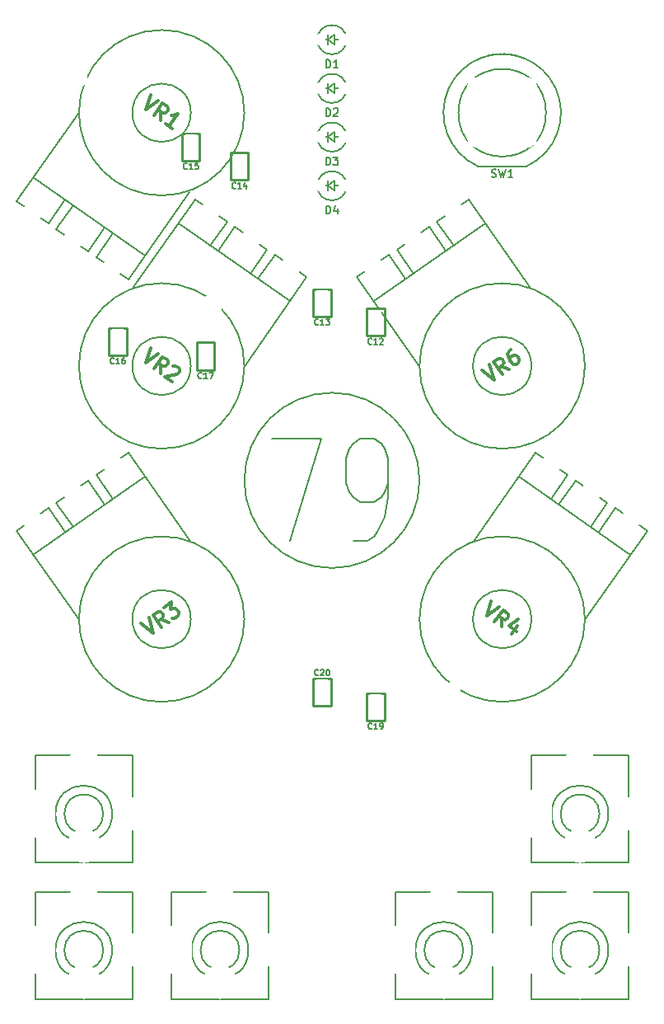
<source format=gto>
%FSLAX46Y46*%
G04 Gerber Fmt 4.6, Leading zero omitted, Abs format (unit mm)*
G04 Created by KiCad (PCBNEW (2014-09-02 BZR 5112)-product) date 2015-08-10 10:26:44 PM*
%MOMM*%
G01*
G04 APERTURE LIST*
%ADD10C,0.100000*%
%ADD11C,0.254000*%
%ADD12C,0.150000*%
%ADD13C,0.200000*%
%ADD14C,0.152400*%
%ADD15C,0.304800*%
%ADD16R,1.400000X1.400000*%
%ADD17C,1.400000*%
%ADD18R,1.143000X0.812800*%
%ADD19R,1.727200X1.727200*%
%ADD20O,1.727200X1.727200*%
%ADD21C,2.250000*%
%ADD22C,2.500000*%
%ADD23C,1.778000*%
%ADD24C,1.998980*%
%ADD25C,1.524000*%
%ADD26O,3.500000X5.000000*%
%ADD27O,2.000000X3.500000*%
%ADD28O,3.500000X3.500000*%
%ADD29R,1.200000X1.200000*%
%ADD30C,1.200000*%
G04 APERTURE END LIST*
D10*
D11*
X49900000Y-43400000D02*
X49900000Y-40600000D01*
X49900000Y-40600000D02*
X48100000Y-40600000D01*
X48100000Y-40600000D02*
X48100000Y-43400000D01*
X48100000Y-43400000D02*
X49900000Y-43400000D01*
X42600000Y-38600000D02*
X42600000Y-41400000D01*
X42600000Y-41400000D02*
X44400000Y-41400000D01*
X44400000Y-41400000D02*
X44400000Y-38600000D01*
X44400000Y-38600000D02*
X42600000Y-38600000D01*
X35900000Y-27400000D02*
X35900000Y-24600000D01*
X35900000Y-24600000D02*
X34100000Y-24600000D01*
X34100000Y-24600000D02*
X34100000Y-27400000D01*
X34100000Y-27400000D02*
X35900000Y-27400000D01*
X29100000Y-22600000D02*
X29100000Y-25400000D01*
X29100000Y-25400000D02*
X30900000Y-25400000D01*
X30900000Y-25400000D02*
X30900000Y-22600000D01*
X30900000Y-22600000D02*
X29100000Y-22600000D01*
X23400000Y-45400000D02*
X23400000Y-42600000D01*
X23400000Y-42600000D02*
X21600000Y-42600000D01*
X21600000Y-42600000D02*
X21600000Y-45400000D01*
X21600000Y-45400000D02*
X23400000Y-45400000D01*
X30600000Y-44100000D02*
X30600000Y-46900000D01*
X30600000Y-46900000D02*
X32400000Y-46900000D01*
X32400000Y-46900000D02*
X32400000Y-44100000D01*
X32400000Y-44100000D02*
X30600000Y-44100000D01*
X49900000Y-82900000D02*
X49900000Y-80100000D01*
X49900000Y-80100000D02*
X48100000Y-80100000D01*
X48100000Y-80100000D02*
X48100000Y-82900000D01*
X48100000Y-82900000D02*
X49900000Y-82900000D01*
X44400000Y-81400000D02*
X44400000Y-78600000D01*
X44400000Y-78600000D02*
X42600000Y-78600000D01*
X42600000Y-78600000D02*
X42600000Y-81400000D01*
X42600000Y-81400000D02*
X44400000Y-81400000D01*
D12*
X64500000Y-15000000D02*
G75*
G03X56500000Y-18000000I-2500000J-5500000D01*
G74*
G01*
X67500000Y-18000000D02*
G75*
G03X59500000Y-15000000I-5500000J-2500000D01*
G74*
G01*
X64500000Y-26000000D02*
G75*
G03X67500000Y-18000000I-2500000J5500000D01*
G74*
G01*
X56500000Y-18000000D02*
G75*
G03X59500000Y-26000000I5500000J-2500000D01*
G74*
G01*
X64500000Y-26000000D02*
X59500000Y-26000000D01*
X66500000Y-20500000D02*
G75*
G03X66500000Y-20500000I-4500000J0D01*
G74*
G01*
X17086050Y-29428247D02*
X15365321Y-31885703D01*
X15365321Y-31885703D02*
X12088713Y-29591398D01*
X21181810Y-32296129D02*
X19461081Y-34753586D01*
X19461081Y-34753586D02*
X16184473Y-32459280D01*
X16184473Y-32459280D02*
X17905202Y-30001824D01*
X23556841Y-37621468D02*
X20280233Y-35327162D01*
X20280233Y-35327162D02*
X22000962Y-32869706D01*
X13809442Y-27133942D02*
X25277571Y-35164012D01*
X23556841Y-37621468D02*
X29866182Y-28610795D01*
X12088713Y-29591398D02*
X18398054Y-20580725D01*
X30000000Y-20500000D02*
G75*
G03X30000000Y-20500000I-3000000J0D01*
G74*
G01*
X35500000Y-20500000D02*
G75*
G03X35500000Y-20500000I-8500000J0D01*
G74*
G01*
X36913950Y-37571753D02*
X38634679Y-35114297D01*
X38634679Y-35114297D02*
X41911287Y-37408602D01*
X32818190Y-34703871D02*
X34538919Y-32246414D01*
X34538919Y-32246414D02*
X37815527Y-34540720D01*
X37815527Y-34540720D02*
X36094798Y-36998176D01*
X30443159Y-29378532D02*
X33719767Y-31672838D01*
X33719767Y-31672838D02*
X31999038Y-34130294D01*
X40190558Y-39866058D02*
X28722429Y-31835988D01*
X30443159Y-29378532D02*
X24133818Y-38389205D01*
X41911287Y-37408602D02*
X35601946Y-46419275D01*
X30000000Y-46500000D02*
G75*
G03X30000000Y-46500000I-3000000J0D01*
G74*
G01*
X35500000Y-46500000D02*
G75*
G03X35500000Y-46500000I-8500000J0D01*
G74*
G01*
X22000962Y-60130294D02*
X20280233Y-57672838D01*
X20280233Y-57672838D02*
X23556841Y-55378532D01*
X17905202Y-62998176D02*
X16184473Y-60540720D01*
X16184473Y-60540720D02*
X19461081Y-58246414D01*
X19461081Y-58246414D02*
X21181810Y-60703871D01*
X12088713Y-63408602D02*
X15365321Y-61114297D01*
X15365321Y-61114297D02*
X17086050Y-63571753D01*
X25277571Y-57835988D02*
X13809442Y-65866058D01*
X12088713Y-63408602D02*
X18398054Y-72419275D01*
X23556841Y-55378532D02*
X29866182Y-64389205D01*
X30000000Y-72500000D02*
G75*
G03X30000000Y-72500000I-3000000J0D01*
G74*
G01*
X35500000Y-72500000D02*
G75*
G03X35500000Y-72500000I-8500000J0D01*
G74*
G01*
X71913950Y-63571753D02*
X73634679Y-61114297D01*
X73634679Y-61114297D02*
X76911287Y-63408602D01*
X67818190Y-60703871D02*
X69538919Y-58246414D01*
X69538919Y-58246414D02*
X72815527Y-60540720D01*
X72815527Y-60540720D02*
X71094798Y-62998176D01*
X65443159Y-55378532D02*
X68719767Y-57672838D01*
X68719767Y-57672838D02*
X66999038Y-60130294D01*
X75190558Y-65866058D02*
X63722429Y-57835988D01*
X65443159Y-55378532D02*
X59133818Y-64389205D01*
X76911287Y-63408602D02*
X70601946Y-72419275D01*
X65000000Y-72500000D02*
G75*
G03X65000000Y-72500000I-3000000J0D01*
G74*
G01*
X70500000Y-72500000D02*
G75*
G03X70500000Y-72500000I-8500000J0D01*
G74*
G01*
X57000962Y-34130294D02*
X55280233Y-31672838D01*
X55280233Y-31672838D02*
X58556841Y-29378532D01*
X52905202Y-36998176D02*
X51184473Y-34540720D01*
X51184473Y-34540720D02*
X54461081Y-32246414D01*
X54461081Y-32246414D02*
X56181810Y-34703871D01*
X47088713Y-37408602D02*
X50365321Y-35114297D01*
X50365321Y-35114297D02*
X52086050Y-37571753D01*
X60277571Y-31835988D02*
X48809442Y-39866058D01*
X47088713Y-37408602D02*
X53398054Y-46419275D01*
X58556841Y-29378532D02*
X64866182Y-38389205D01*
X65000000Y-46500000D02*
G75*
G03X65000000Y-46500000I-3000000J0D01*
G74*
G01*
X70500000Y-46500000D02*
G75*
G03X70500000Y-46500000I-8500000J0D01*
G74*
G01*
X72915476Y-106500000D02*
G75*
G03X72915476Y-106500000I-2915476J0D01*
G74*
G01*
X75000000Y-111500000D02*
X65000000Y-111500000D01*
X65000000Y-111500000D02*
X65000000Y-100500000D01*
X65000000Y-100500000D02*
X75000000Y-100500000D01*
X75000000Y-100500000D02*
X75000000Y-111500000D01*
X72000000Y-106500000D02*
G75*
G03X72000000Y-106500000I-2000000J0D01*
G74*
G01*
X35915476Y-106500000D02*
G75*
G03X35915476Y-106500000I-2915476J0D01*
G74*
G01*
X38000000Y-111500000D02*
X28000000Y-111500000D01*
X28000000Y-111500000D02*
X28000000Y-100500000D01*
X28000000Y-100500000D02*
X38000000Y-100500000D01*
X38000000Y-100500000D02*
X38000000Y-111500000D01*
X35000000Y-106500000D02*
G75*
G03X35000000Y-106500000I-2000000J0D01*
G74*
G01*
X58915476Y-106500000D02*
G75*
G03X58915476Y-106500000I-2915476J0D01*
G74*
G01*
X61000000Y-111500000D02*
X51000000Y-111500000D01*
X51000000Y-111500000D02*
X51000000Y-100500000D01*
X51000000Y-100500000D02*
X61000000Y-100500000D01*
X61000000Y-100500000D02*
X61000000Y-111500000D01*
X58000000Y-106500000D02*
G75*
G03X58000000Y-106500000I-2000000J0D01*
G74*
G01*
X72915476Y-92500000D02*
G75*
G03X72915476Y-92500000I-2915476J0D01*
G74*
G01*
X75000000Y-97500000D02*
X65000000Y-97500000D01*
X65000000Y-97500000D02*
X65000000Y-86500000D01*
X65000000Y-86500000D02*
X75000000Y-86500000D01*
X75000000Y-86500000D02*
X75000000Y-97500000D01*
X72000000Y-92500000D02*
G75*
G03X72000000Y-92500000I-2000000J0D01*
G74*
G01*
X21915476Y-92500000D02*
G75*
G03X21915476Y-92500000I-2915476J0D01*
G74*
G01*
X24000000Y-97500000D02*
X14000000Y-97500000D01*
X14000000Y-97500000D02*
X14000000Y-86500000D01*
X14000000Y-86500000D02*
X24000000Y-86500000D01*
X24000000Y-86500000D02*
X24000000Y-97500000D01*
X21000000Y-92500000D02*
G75*
G03X21000000Y-92500000I-2000000J0D01*
G74*
G01*
X21915476Y-106500000D02*
G75*
G03X21915476Y-106500000I-2915476J0D01*
G74*
G01*
X24000000Y-111500000D02*
X14000000Y-111500000D01*
X14000000Y-111500000D02*
X14000000Y-100500000D01*
X14000000Y-100500000D02*
X24000000Y-100500000D01*
X24000000Y-100500000D02*
X24000000Y-111500000D01*
X21000000Y-106500000D02*
G75*
G03X21000000Y-106500000I-2000000J0D01*
G74*
G01*
D13*
X53500000Y-58250000D02*
G75*
G03X53500000Y-58250000I-9000000J0D01*
G74*
G01*
D12*
X43200000Y-13000000D02*
X43000000Y-13000000D01*
X45700000Y-13000000D02*
X46000000Y-13000000D01*
X44100000Y-13000000D02*
X43200000Y-13000000D01*
X45700000Y-13000000D02*
X44800000Y-13000000D01*
X44100000Y-13500000D02*
X44100000Y-12500000D01*
X44800000Y-13500000D02*
X44800000Y-12500000D01*
X44800000Y-12500000D02*
X44100000Y-13000000D01*
X44100000Y-13000000D02*
X44800000Y-13500000D01*
X46000000Y-13000000D02*
G75*
G03X46000000Y-13000000I-1500000J0D01*
G74*
G01*
X43200000Y-18000000D02*
X43000000Y-18000000D01*
X45700000Y-18000000D02*
X46000000Y-18000000D01*
X44100000Y-18000000D02*
X43200000Y-18000000D01*
X45700000Y-18000000D02*
X44800000Y-18000000D01*
X44100000Y-18500000D02*
X44100000Y-17500000D01*
X44800000Y-18500000D02*
X44800000Y-17500000D01*
X44800000Y-17500000D02*
X44100000Y-18000000D01*
X44100000Y-18000000D02*
X44800000Y-18500000D01*
X46000000Y-18000000D02*
G75*
G03X46000000Y-18000000I-1500000J0D01*
G74*
G01*
X43200000Y-23000000D02*
X43000000Y-23000000D01*
X45700000Y-23000000D02*
X46000000Y-23000000D01*
X44100000Y-23000000D02*
X43200000Y-23000000D01*
X45700000Y-23000000D02*
X44800000Y-23000000D01*
X44100000Y-23500000D02*
X44100000Y-22500000D01*
X44800000Y-23500000D02*
X44800000Y-22500000D01*
X44800000Y-22500000D02*
X44100000Y-23000000D01*
X44100000Y-23000000D02*
X44800000Y-23500000D01*
X46000000Y-23000000D02*
G75*
G03X46000000Y-23000000I-1500000J0D01*
G74*
G01*
X43200000Y-28000000D02*
X43000000Y-28000000D01*
X45700000Y-28000000D02*
X46000000Y-28000000D01*
X44100000Y-28000000D02*
X43200000Y-28000000D01*
X45700000Y-28000000D02*
X44800000Y-28000000D01*
X44100000Y-28500000D02*
X44100000Y-27500000D01*
X44800000Y-28500000D02*
X44800000Y-27500000D01*
X44800000Y-27500000D02*
X44100000Y-28000000D01*
X44100000Y-28000000D02*
X44800000Y-28500000D01*
X46000000Y-28000000D02*
G75*
G03X46000000Y-28000000I-1500000J0D01*
G74*
G01*
D14*
X48608115Y-44217714D02*
X48579086Y-44246743D01*
X48492000Y-44275771D01*
X48433943Y-44275771D01*
X48346858Y-44246743D01*
X48288800Y-44188686D01*
X48259772Y-44130629D01*
X48230743Y-44014514D01*
X48230743Y-43927429D01*
X48259772Y-43811314D01*
X48288800Y-43753257D01*
X48346858Y-43695200D01*
X48433943Y-43666171D01*
X48492000Y-43666171D01*
X48579086Y-43695200D01*
X48608115Y-43724229D01*
X49188686Y-44275771D02*
X48840343Y-44275771D01*
X49014515Y-44275771D02*
X49014515Y-43666171D01*
X48956458Y-43753257D01*
X48898400Y-43811314D01*
X48840343Y-43840343D01*
X49420914Y-43724229D02*
X49449943Y-43695200D01*
X49508000Y-43666171D01*
X49653143Y-43666171D01*
X49711200Y-43695200D01*
X49740229Y-43724229D01*
X49769257Y-43782286D01*
X49769257Y-43840343D01*
X49740229Y-43927429D01*
X49391886Y-44275771D01*
X49769257Y-44275771D01*
X43108115Y-42217714D02*
X43079086Y-42246743D01*
X42992000Y-42275771D01*
X42933943Y-42275771D01*
X42846858Y-42246743D01*
X42788800Y-42188686D01*
X42759772Y-42130629D01*
X42730743Y-42014514D01*
X42730743Y-41927429D01*
X42759772Y-41811314D01*
X42788800Y-41753257D01*
X42846858Y-41695200D01*
X42933943Y-41666171D01*
X42992000Y-41666171D01*
X43079086Y-41695200D01*
X43108115Y-41724229D01*
X43688686Y-42275771D02*
X43340343Y-42275771D01*
X43514515Y-42275771D02*
X43514515Y-41666171D01*
X43456458Y-41753257D01*
X43398400Y-41811314D01*
X43340343Y-41840343D01*
X43891886Y-41666171D02*
X44269257Y-41666171D01*
X44066057Y-41898400D01*
X44153143Y-41898400D01*
X44211200Y-41927429D01*
X44240229Y-41956457D01*
X44269257Y-42014514D01*
X44269257Y-42159657D01*
X44240229Y-42217714D01*
X44211200Y-42246743D01*
X44153143Y-42275771D01*
X43978971Y-42275771D01*
X43920914Y-42246743D01*
X43891886Y-42217714D01*
X34608115Y-28217714D02*
X34579086Y-28246743D01*
X34492000Y-28275771D01*
X34433943Y-28275771D01*
X34346858Y-28246743D01*
X34288800Y-28188686D01*
X34259772Y-28130629D01*
X34230743Y-28014514D01*
X34230743Y-27927429D01*
X34259772Y-27811314D01*
X34288800Y-27753257D01*
X34346858Y-27695200D01*
X34433943Y-27666171D01*
X34492000Y-27666171D01*
X34579086Y-27695200D01*
X34608115Y-27724229D01*
X35188686Y-28275771D02*
X34840343Y-28275771D01*
X35014515Y-28275771D02*
X35014515Y-27666171D01*
X34956458Y-27753257D01*
X34898400Y-27811314D01*
X34840343Y-27840343D01*
X35711200Y-27869371D02*
X35711200Y-28275771D01*
X35566057Y-27637143D02*
X35420914Y-28072571D01*
X35798286Y-28072571D01*
X29608115Y-26217714D02*
X29579086Y-26246743D01*
X29492000Y-26275771D01*
X29433943Y-26275771D01*
X29346858Y-26246743D01*
X29288800Y-26188686D01*
X29259772Y-26130629D01*
X29230743Y-26014514D01*
X29230743Y-25927429D01*
X29259772Y-25811314D01*
X29288800Y-25753257D01*
X29346858Y-25695200D01*
X29433943Y-25666171D01*
X29492000Y-25666171D01*
X29579086Y-25695200D01*
X29608115Y-25724229D01*
X30188686Y-26275771D02*
X29840343Y-26275771D01*
X30014515Y-26275771D02*
X30014515Y-25666171D01*
X29956458Y-25753257D01*
X29898400Y-25811314D01*
X29840343Y-25840343D01*
X30740229Y-25666171D02*
X30449943Y-25666171D01*
X30420914Y-25956457D01*
X30449943Y-25927429D01*
X30508000Y-25898400D01*
X30653143Y-25898400D01*
X30711200Y-25927429D01*
X30740229Y-25956457D01*
X30769257Y-26014514D01*
X30769257Y-26159657D01*
X30740229Y-26217714D01*
X30711200Y-26246743D01*
X30653143Y-26275771D01*
X30508000Y-26275771D01*
X30449943Y-26246743D01*
X30420914Y-26217714D01*
X22108115Y-46217714D02*
X22079086Y-46246743D01*
X21992000Y-46275771D01*
X21933943Y-46275771D01*
X21846858Y-46246743D01*
X21788800Y-46188686D01*
X21759772Y-46130629D01*
X21730743Y-46014514D01*
X21730743Y-45927429D01*
X21759772Y-45811314D01*
X21788800Y-45753257D01*
X21846858Y-45695200D01*
X21933943Y-45666171D01*
X21992000Y-45666171D01*
X22079086Y-45695200D01*
X22108115Y-45724229D01*
X22688686Y-46275771D02*
X22340343Y-46275771D01*
X22514515Y-46275771D02*
X22514515Y-45666171D01*
X22456458Y-45753257D01*
X22398400Y-45811314D01*
X22340343Y-45840343D01*
X23211200Y-45666171D02*
X23095086Y-45666171D01*
X23037029Y-45695200D01*
X23008000Y-45724229D01*
X22949943Y-45811314D01*
X22920914Y-45927429D01*
X22920914Y-46159657D01*
X22949943Y-46217714D01*
X22978971Y-46246743D01*
X23037029Y-46275771D01*
X23153143Y-46275771D01*
X23211200Y-46246743D01*
X23240229Y-46217714D01*
X23269257Y-46159657D01*
X23269257Y-46014514D01*
X23240229Y-45956457D01*
X23211200Y-45927429D01*
X23153143Y-45898400D01*
X23037029Y-45898400D01*
X22978971Y-45927429D01*
X22949943Y-45956457D01*
X22920914Y-46014514D01*
X31108115Y-47717714D02*
X31079086Y-47746743D01*
X30992000Y-47775771D01*
X30933943Y-47775771D01*
X30846858Y-47746743D01*
X30788800Y-47688686D01*
X30759772Y-47630629D01*
X30730743Y-47514514D01*
X30730743Y-47427429D01*
X30759772Y-47311314D01*
X30788800Y-47253257D01*
X30846858Y-47195200D01*
X30933943Y-47166171D01*
X30992000Y-47166171D01*
X31079086Y-47195200D01*
X31108115Y-47224229D01*
X31688686Y-47775771D02*
X31340343Y-47775771D01*
X31514515Y-47775771D02*
X31514515Y-47166171D01*
X31456458Y-47253257D01*
X31398400Y-47311314D01*
X31340343Y-47340343D01*
X31891886Y-47166171D02*
X32298286Y-47166171D01*
X32037029Y-47775771D01*
X48608115Y-83717714D02*
X48579086Y-83746743D01*
X48492000Y-83775771D01*
X48433943Y-83775771D01*
X48346858Y-83746743D01*
X48288800Y-83688686D01*
X48259772Y-83630629D01*
X48230743Y-83514514D01*
X48230743Y-83427429D01*
X48259772Y-83311314D01*
X48288800Y-83253257D01*
X48346858Y-83195200D01*
X48433943Y-83166171D01*
X48492000Y-83166171D01*
X48579086Y-83195200D01*
X48608115Y-83224229D01*
X49188686Y-83775771D02*
X48840343Y-83775771D01*
X49014515Y-83775771D02*
X49014515Y-83166171D01*
X48956458Y-83253257D01*
X48898400Y-83311314D01*
X48840343Y-83340343D01*
X49478971Y-83775771D02*
X49595086Y-83775771D01*
X49653143Y-83746743D01*
X49682171Y-83717714D01*
X49740229Y-83630629D01*
X49769257Y-83514514D01*
X49769257Y-83282286D01*
X49740229Y-83224229D01*
X49711200Y-83195200D01*
X49653143Y-83166171D01*
X49537029Y-83166171D01*
X49478971Y-83195200D01*
X49449943Y-83224229D01*
X49420914Y-83282286D01*
X49420914Y-83427429D01*
X49449943Y-83485486D01*
X49478971Y-83514514D01*
X49537029Y-83543543D01*
X49653143Y-83543543D01*
X49711200Y-83514514D01*
X49740229Y-83485486D01*
X49769257Y-83427429D01*
X43108115Y-78217714D02*
X43079086Y-78246743D01*
X42992000Y-78275771D01*
X42933943Y-78275771D01*
X42846858Y-78246743D01*
X42788800Y-78188686D01*
X42759772Y-78130629D01*
X42730743Y-78014514D01*
X42730743Y-77927429D01*
X42759772Y-77811314D01*
X42788800Y-77753257D01*
X42846858Y-77695200D01*
X42933943Y-77666171D01*
X42992000Y-77666171D01*
X43079086Y-77695200D01*
X43108115Y-77724229D01*
X43340343Y-77724229D02*
X43369372Y-77695200D01*
X43427429Y-77666171D01*
X43572572Y-77666171D01*
X43630629Y-77695200D01*
X43659658Y-77724229D01*
X43688686Y-77782286D01*
X43688686Y-77840343D01*
X43659658Y-77927429D01*
X43311315Y-78275771D01*
X43688686Y-78275771D01*
X44066057Y-77666171D02*
X44124114Y-77666171D01*
X44182171Y-77695200D01*
X44211200Y-77724229D01*
X44240229Y-77782286D01*
X44269257Y-77898400D01*
X44269257Y-78043543D01*
X44240229Y-78159657D01*
X44211200Y-78217714D01*
X44182171Y-78246743D01*
X44124114Y-78275771D01*
X44066057Y-78275771D01*
X44008000Y-78246743D01*
X43978971Y-78217714D01*
X43949943Y-78159657D01*
X43920914Y-78043543D01*
X43920914Y-77898400D01*
X43949943Y-77782286D01*
X43978971Y-77724229D01*
X44008000Y-77695200D01*
X44066057Y-77666171D01*
X60916267Y-27078990D02*
X61032381Y-27117695D01*
X61225905Y-27117695D01*
X61303315Y-27078990D01*
X61342019Y-27040286D01*
X61380724Y-26962876D01*
X61380724Y-26885467D01*
X61342019Y-26808057D01*
X61303315Y-26769352D01*
X61225905Y-26730648D01*
X61071086Y-26691943D01*
X60993677Y-26653238D01*
X60954972Y-26614533D01*
X60916267Y-26537124D01*
X60916267Y-26459714D01*
X60954972Y-26382305D01*
X60993677Y-26343600D01*
X61071086Y-26304895D01*
X61264610Y-26304895D01*
X61380724Y-26343600D01*
X61651657Y-26304895D02*
X61845181Y-27117695D01*
X62000000Y-26537124D01*
X62154819Y-27117695D01*
X62348343Y-26304895D01*
X63083733Y-27117695D02*
X62619276Y-27117695D01*
X62851505Y-27117695D02*
X62851505Y-26304895D01*
X62774095Y-26421010D01*
X62696686Y-26498419D01*
X62619276Y-26537124D01*
D15*
X25843897Y-18671665D02*
X25385896Y-20211429D01*
X26676156Y-19254419D01*
X26931519Y-21293686D02*
X26931642Y-20407838D01*
X26218154Y-20794183D02*
X27092285Y-19545795D01*
X27567862Y-19878798D01*
X27645130Y-20021495D01*
X27662952Y-20122567D01*
X27639148Y-20283086D01*
X27514272Y-20461428D01*
X27371576Y-20538696D01*
X27270502Y-20556518D01*
X27109984Y-20532715D01*
X26634407Y-20199712D01*
X28120460Y-22126192D02*
X27407095Y-21626689D01*
X27763777Y-21876440D02*
X28637908Y-20628052D01*
X28394138Y-20723142D01*
X28191994Y-20758787D01*
X28031475Y-20734983D01*
X25843897Y-44671665D02*
X25385896Y-46211429D01*
X26676156Y-45254419D01*
X26931519Y-47293686D02*
X26931642Y-46407838D01*
X26218154Y-46794183D02*
X27092285Y-45545795D01*
X27567862Y-45878798D01*
X27645130Y-46021495D01*
X27662952Y-46122567D01*
X27639148Y-46283086D01*
X27514272Y-46461428D01*
X27371576Y-46538696D01*
X27270502Y-46556518D01*
X27109984Y-46532715D01*
X26634407Y-46199712D01*
X28197976Y-46497194D02*
X28299047Y-46479373D01*
X28459567Y-46503177D01*
X28756802Y-46711303D01*
X28834071Y-46854000D01*
X28851893Y-46955072D01*
X28828089Y-47115592D01*
X28744839Y-47234486D01*
X28560516Y-47371201D01*
X27347648Y-47585063D01*
X28120460Y-48126192D01*
X24886517Y-72961054D02*
X26176776Y-73918065D01*
X25718775Y-72378300D01*
X27722399Y-72835808D02*
X26890017Y-72532714D01*
X27009035Y-73335311D02*
X26134904Y-72086923D01*
X26610481Y-71753921D01*
X26770999Y-71730118D01*
X26872072Y-71747939D01*
X27014769Y-71825208D01*
X27139645Y-72003550D01*
X27163449Y-72164068D01*
X27145627Y-72265141D01*
X27068358Y-72407838D01*
X26592782Y-72740840D01*
X27264398Y-71296044D02*
X28037210Y-70754915D01*
X27954082Y-71521868D01*
X28132423Y-71396992D01*
X28292942Y-71373188D01*
X28394015Y-71391011D01*
X28536713Y-71468279D01*
X28744839Y-71765514D01*
X28768642Y-71926034D01*
X28750820Y-72027106D01*
X28673552Y-72169804D01*
X28316870Y-72419555D01*
X28156350Y-72443358D01*
X28055278Y-72425537D01*
X60843897Y-70671665D02*
X60385896Y-72211429D01*
X61676156Y-71254419D01*
X61931519Y-73293686D02*
X61931642Y-72407838D01*
X61218154Y-72794183D02*
X62092285Y-71545795D01*
X62567862Y-71878798D01*
X62645130Y-72021495D01*
X62662952Y-72122567D01*
X62639148Y-72283086D01*
X62514272Y-72461428D01*
X62371576Y-72538696D01*
X62270502Y-72556518D01*
X62109984Y-72532715D01*
X61634407Y-72199712D01*
X63584319Y-73210683D02*
X63001565Y-74042941D01*
X63620086Y-72526980D02*
X62698472Y-73210559D01*
X63471283Y-73751687D01*
X59886517Y-46961054D02*
X61176776Y-47918065D01*
X60718775Y-46378300D01*
X62722399Y-46835808D02*
X61890017Y-46532714D01*
X62009035Y-47335311D02*
X61134904Y-46086923D01*
X61610481Y-45753921D01*
X61770999Y-45730118D01*
X61872072Y-45747939D01*
X62014769Y-45825208D01*
X62139645Y-46003550D01*
X62163449Y-46164068D01*
X62145627Y-46265141D01*
X62068358Y-46407838D01*
X61592782Y-46740840D01*
X62918315Y-44838166D02*
X62680527Y-45004667D01*
X62603258Y-45147364D01*
X62585436Y-45248436D01*
X62591418Y-45510028D01*
X62698472Y-45789441D01*
X63031475Y-46265017D01*
X63174172Y-46342287D01*
X63275244Y-46360108D01*
X63435763Y-46336305D01*
X63673552Y-46169804D01*
X63750820Y-46027106D01*
X63768642Y-45926034D01*
X63744839Y-45765514D01*
X63536713Y-45468279D01*
X63394015Y-45391011D01*
X63292942Y-45373188D01*
X63132423Y-45396992D01*
X62894635Y-45563493D01*
X62817366Y-45706190D01*
X62799544Y-45807263D01*
X62823348Y-45967782D01*
D13*
X38347619Y-54000000D02*
X43414286Y-54000000D01*
X40157143Y-64500000D01*
X46671429Y-64500000D02*
X48119048Y-64500000D01*
X48842857Y-64000000D01*
X49204762Y-63500000D01*
X49928571Y-62000000D01*
X50290476Y-60000000D01*
X50290476Y-56000000D01*
X49928571Y-55000000D01*
X49566667Y-54500000D01*
X48842857Y-54000000D01*
X47395238Y-54000000D01*
X46671429Y-54500000D01*
X46309524Y-55000000D01*
X45947619Y-56000000D01*
X45947619Y-58500000D01*
X46309524Y-59500000D01*
X46671429Y-60000000D01*
X47395238Y-60500000D01*
X48842857Y-60500000D01*
X49566667Y-60000000D01*
X49928571Y-59500000D01*
X50290476Y-58500000D01*
D12*
X43900077Y-15867695D02*
X43900077Y-15054895D01*
X44093601Y-15054895D01*
X44209715Y-15093600D01*
X44287124Y-15171010D01*
X44325829Y-15248419D01*
X44364534Y-15403238D01*
X44364534Y-15519352D01*
X44325829Y-15674171D01*
X44287124Y-15751581D01*
X44209715Y-15828990D01*
X44093601Y-15867695D01*
X43900077Y-15867695D01*
X45138629Y-15867695D02*
X44674172Y-15867695D01*
X44906401Y-15867695D02*
X44906401Y-15054895D01*
X44828991Y-15171010D01*
X44751582Y-15248419D01*
X44674172Y-15287124D01*
X43900077Y-20867695D02*
X43900077Y-20054895D01*
X44093601Y-20054895D01*
X44209715Y-20093600D01*
X44287124Y-20171010D01*
X44325829Y-20248419D01*
X44364534Y-20403238D01*
X44364534Y-20519352D01*
X44325829Y-20674171D01*
X44287124Y-20751581D01*
X44209715Y-20828990D01*
X44093601Y-20867695D01*
X43900077Y-20867695D01*
X44674172Y-20132305D02*
X44712877Y-20093600D01*
X44790286Y-20054895D01*
X44983810Y-20054895D01*
X45061220Y-20093600D01*
X45099924Y-20132305D01*
X45138629Y-20209714D01*
X45138629Y-20287124D01*
X45099924Y-20403238D01*
X44635467Y-20867695D01*
X45138629Y-20867695D01*
X43900077Y-25867695D02*
X43900077Y-25054895D01*
X44093601Y-25054895D01*
X44209715Y-25093600D01*
X44287124Y-25171010D01*
X44325829Y-25248419D01*
X44364534Y-25403238D01*
X44364534Y-25519352D01*
X44325829Y-25674171D01*
X44287124Y-25751581D01*
X44209715Y-25828990D01*
X44093601Y-25867695D01*
X43900077Y-25867695D01*
X44635467Y-25054895D02*
X45138629Y-25054895D01*
X44867696Y-25364533D01*
X44983810Y-25364533D01*
X45061220Y-25403238D01*
X45099924Y-25441943D01*
X45138629Y-25519352D01*
X45138629Y-25712876D01*
X45099924Y-25790286D01*
X45061220Y-25828990D01*
X44983810Y-25867695D01*
X44751582Y-25867695D01*
X44674172Y-25828990D01*
X44635467Y-25790286D01*
X43900077Y-30867695D02*
X43900077Y-30054895D01*
X44093601Y-30054895D01*
X44209715Y-30093600D01*
X44287124Y-30171010D01*
X44325829Y-30248419D01*
X44364534Y-30403238D01*
X44364534Y-30519352D01*
X44325829Y-30674171D01*
X44287124Y-30751581D01*
X44209715Y-30828990D01*
X44093601Y-30867695D01*
X43900077Y-30867695D01*
X45061220Y-30325829D02*
X45061220Y-30867695D01*
X44867696Y-30016190D02*
X44674172Y-30596762D01*
X45177334Y-30596762D01*
%LPC*%
D16*
X55000000Y-79500000D03*
D17*
X57000000Y-79500000D03*
D18*
X49000000Y-42850900D03*
X49000000Y-41149100D03*
X43500000Y-39149100D03*
X43500000Y-40850900D03*
X35000000Y-26850900D03*
X35000000Y-25149100D03*
X30000000Y-23149100D03*
X30000000Y-24850900D03*
X22500000Y-44850900D03*
X22500000Y-43149100D03*
X31500000Y-44649100D03*
X31500000Y-46350900D03*
X49000000Y-82350900D03*
X49000000Y-80649100D03*
X43500000Y-80850900D03*
X43500000Y-79149100D03*
D16*
X73500000Y-44000000D03*
D17*
X71500000Y-44000000D03*
D16*
X71500000Y-18500000D03*
D17*
X73500000Y-18500000D03*
D19*
X73500000Y-26500000D03*
D20*
X70960000Y-26500000D03*
X73500000Y-29040000D03*
X70960000Y-29040000D03*
X73500000Y-31580000D03*
X70960000Y-31580000D03*
X73500000Y-34120000D03*
X70960000Y-34120000D03*
X73500000Y-36660000D03*
X70960000Y-36660000D03*
D21*
X59500000Y-18000000D03*
X64500000Y-18000000D03*
X64500000Y-23000000D03*
X59500000Y-23000000D03*
D22*
X32000000Y-40500000D03*
X22500000Y-16500000D03*
D23*
X13460000Y-17000000D03*
X16000000Y-19540000D03*
X18540000Y-17000000D03*
X13460000Y-41500000D03*
X16000000Y-44040000D03*
X18540000Y-41500000D03*
D24*
X17822777Y-33606433D03*
X21918537Y-36474315D03*
X13727017Y-30738551D03*
X36177223Y-33393567D03*
X32081463Y-30525685D03*
X40272983Y-36261449D03*
X17822777Y-59393567D03*
X13727017Y-62261449D03*
X21918537Y-56525685D03*
X71177223Y-59393567D03*
X67081463Y-56525685D03*
X75272983Y-62261449D03*
X52822777Y-33393567D03*
X48727017Y-36261449D03*
X56918537Y-30525685D03*
D25*
X51000000Y-91500000D03*
X56000000Y-91500000D03*
X38000000Y-91500000D03*
X33000000Y-91500000D03*
X38000000Y-61500000D03*
X33000000Y-61500000D03*
X51000000Y-61500000D03*
X56000000Y-61500000D03*
D26*
X65300000Y-106500000D03*
D27*
X74700000Y-106500000D03*
D28*
X70000000Y-101600000D03*
X70000000Y-109800000D03*
D26*
X28300000Y-106500000D03*
D27*
X37700000Y-106500000D03*
D28*
X33000000Y-101600000D03*
X33000000Y-109800000D03*
D26*
X51300000Y-106500000D03*
D27*
X60700000Y-106500000D03*
D28*
X56000000Y-101600000D03*
X56000000Y-109800000D03*
D26*
X65300000Y-92500000D03*
D27*
X74700000Y-92500000D03*
D28*
X70000000Y-87600000D03*
X70000000Y-95800000D03*
D26*
X14300000Y-92500000D03*
D27*
X23700000Y-92500000D03*
D28*
X19000000Y-87600000D03*
X19000000Y-95800000D03*
D26*
X14300000Y-106500000D03*
D27*
X23700000Y-106500000D03*
D28*
X19000000Y-101600000D03*
X19000000Y-109800000D03*
D29*
X45770000Y-13000000D03*
D30*
X43230000Y-13000000D03*
D29*
X45770000Y-18000000D03*
D30*
X43230000Y-18000000D03*
D29*
X45770000Y-23000000D03*
D30*
X43230000Y-23000000D03*
D29*
X45770000Y-28000000D03*
D30*
X43230000Y-28000000D03*
M02*

</source>
